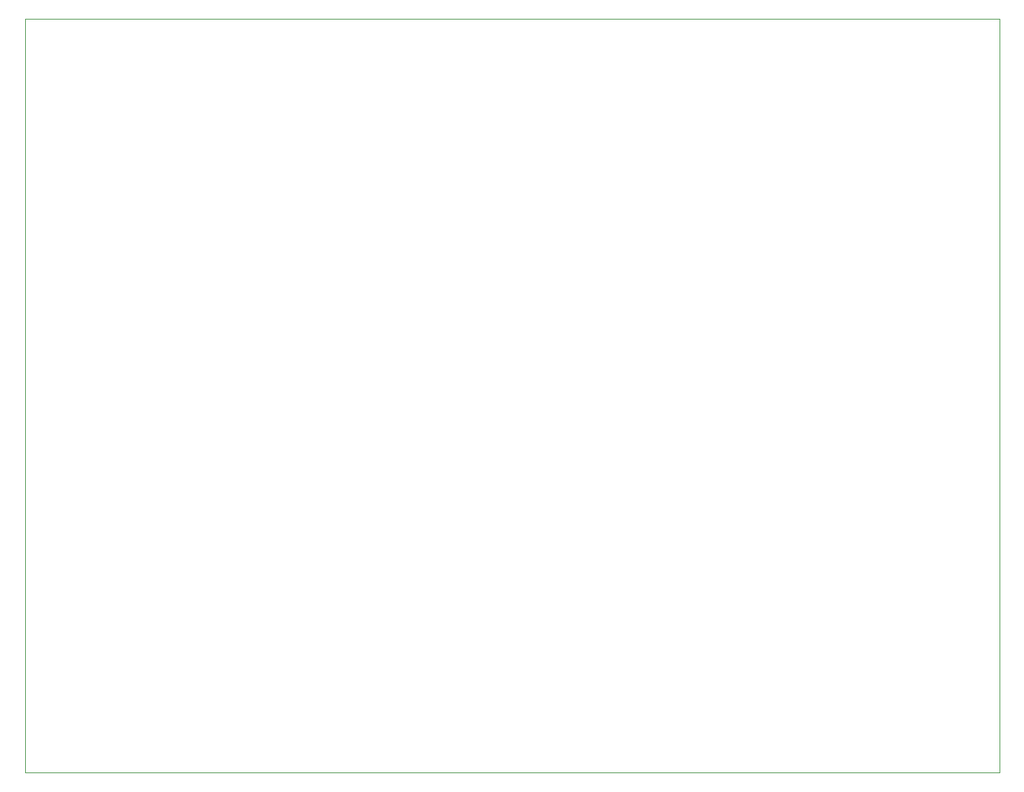
<source format=gbr>
%TF.GenerationSoftware,KiCad,Pcbnew,7.0.10*%
%TF.CreationDate,2024-01-22T13:45:31-05:00*%
%TF.ProjectId,LED_array,4c45445f-6172-4726-9179-2e6b69636164,rev?*%
%TF.SameCoordinates,Original*%
%TF.FileFunction,Profile,NP*%
%FSLAX46Y46*%
G04 Gerber Fmt 4.6, Leading zero omitted, Abs format (unit mm)*
G04 Created by KiCad (PCBNEW 7.0.10) date 2024-01-22 13:45:31*
%MOMM*%
%LPD*%
G01*
G04 APERTURE LIST*
%TA.AperFunction,Profile*%
%ADD10C,0.100000*%
%TD*%
G04 APERTURE END LIST*
D10*
X27940000Y-19050000D02*
X146050000Y-19050000D01*
X146050000Y-110490000D01*
X27940000Y-110490000D01*
X27940000Y-19050000D01*
M02*

</source>
